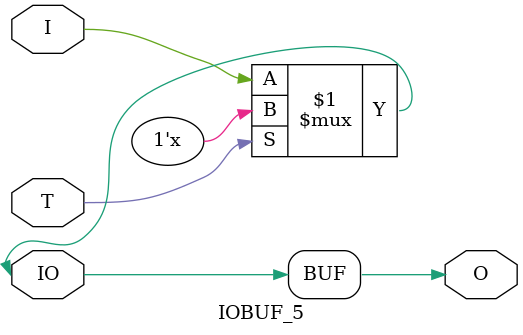
<source format=v>
module IOBUF_5 ( input T, input I, output O, inout IO );
   assign O = IO;
   assign IO = T ? 1'bz : I;
endmodule
</source>
